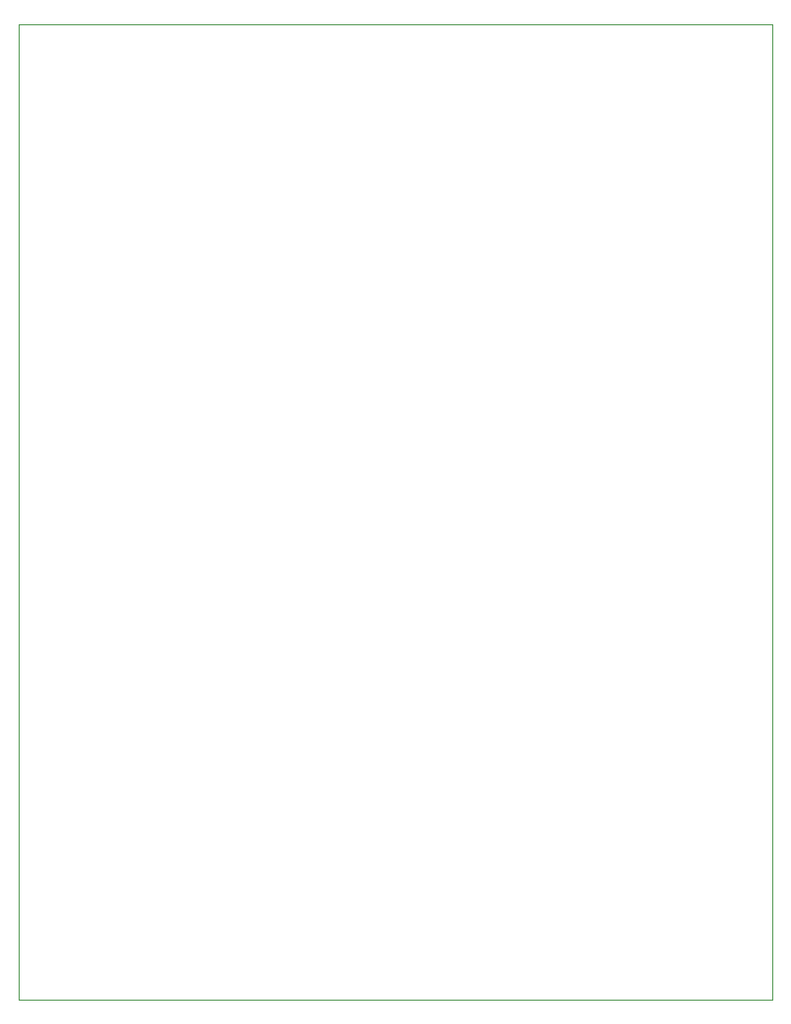
<source format=gm1>
G04*
G04 #@! TF.GenerationSoftware,Altium Limited,Altium Designer,23.1.1 (15)*
G04*
G04 Layer_Color=0*
%FSLAX44Y44*%
%MOMM*%
G71*
G04*
G04 #@! TF.SameCoordinates,DFD0DF4F-A88A-4072-B725-2B201FFE6AA2*
G04*
G04*
G04 #@! TF.FilePolarity,Positive*
G04*
G01*
G75*
%ADD77C,0.0254*%
D77*
X226060Y217170D02*
X908050D01*
Y1099820D01*
X226060D01*
Y217170D01*
M02*

</source>
